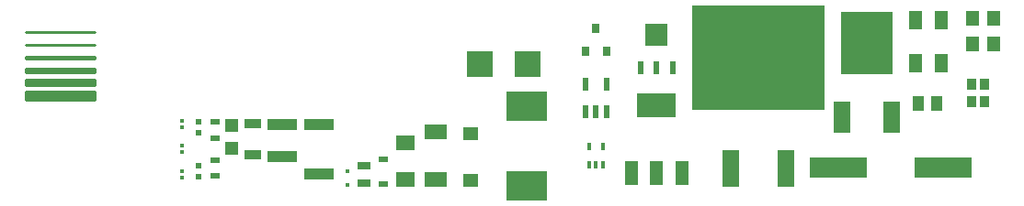
<source format=gbr>
%TF.GenerationSoftware,KiCad,Pcbnew,5.0.2+dfsg1-1*%
%TF.CreationDate,2019-09-16T18:41:00-07:00*%
%TF.ProjectId,Adafruit PCB Reference Ruler,41646166-7275-4697-9420-504342205265,rev?*%
%TF.SameCoordinates,Original*%
%TF.FileFunction,Copper,L1,Top*%
%TF.FilePolarity,Positive*%
%FSLAX46Y46*%
G04 Gerber Fmt 4.6, Leading zero omitted, Abs format (unit mm)*
G04 Created by KiCad (PCBNEW 5.0.2+dfsg1-1) date Mon 16 Sep 2019 06:41:00 PM PDT*
%MOMM*%
%LPD*%
G01*
G04 APERTURE LIST*
%ADD10R,0.300000X0.300000*%
%ADD11R,0.600000X0.500000*%
%ADD12R,0.900000X0.600000*%
%ADD13R,1.300000X1.200000*%
%ADD14R,1.600000X0.900000*%
%ADD15R,2.800000X1.000000*%
%ADD16R,4.826000X5.715000*%
%ADD17R,1.600000X3.000000*%
%ADD18R,1.600000X3.500000*%
%ADD19R,12.200000X9.750000*%
%ADD20R,3.600000X2.200000*%
%ADD21R,1.219200X2.235200*%
%ADD22R,2.000000X2.000000*%
%ADD23R,0.580000X1.200000*%
%ADD24R,0.550000X1.200000*%
%ADD25R,0.800000X0.900000*%
%ADD26R,0.400000X0.750000*%
%ADD27R,1.200000X1.800000*%
%ADD28R,1.200000X1.400000*%
%ADD29R,0.900000X1.050000*%
%ADD30R,5.334000X1.930400*%
%ADD31R,1.000000X1.400000*%
%ADD32R,1.200000X0.800000*%
%ADD33R,0.350000X0.350000*%
%ADD34R,1.470000X1.270000*%
%ADD35R,2.400000X2.400000*%
%ADD36R,3.800000X2.800000*%
%ADD37R,2.100000X1.400000*%
%ADD38R,0.830000X0.630000*%
%ADD39R,1.800000X1.400000*%
%ADD40C,0.250000*%
%ADD41C,0.254000*%
G04 APERTURE END LIST*
D10*
X86575900Y-107335600D03*
X86575900Y-106735600D03*
D11*
X88099900Y-107840400D03*
X88099900Y-106840400D03*
D12*
X89623900Y-108395200D03*
X89623900Y-106895200D03*
D13*
X91147900Y-109279400D03*
X91147900Y-107179400D03*
D14*
X93103700Y-109933400D03*
X93103700Y-107033400D03*
D15*
X95821500Y-107085000D03*
X95821500Y-110085000D03*
X99148900Y-111672400D03*
X99148900Y-107072400D03*
D16*
X149614141Y-99572365D03*
D17*
X151894141Y-106470365D03*
X147334141Y-106470365D03*
D18*
X137117341Y-111213365D03*
X142197341Y-111213365D03*
D19*
X139657341Y-100938365D03*
D20*
X130289300Y-105359000D03*
D21*
X132600700Y-111556800D03*
X130289300Y-111556800D03*
X127977900Y-111556800D03*
D22*
X130289300Y-98776000D03*
D23*
X131789300Y-101876000D03*
X130289300Y-101876000D03*
X128789300Y-101876000D03*
D24*
X123751300Y-103347900D03*
X125651300Y-103347900D03*
X125651300Y-105948100D03*
X124701300Y-105948100D03*
X123751300Y-105948100D03*
D25*
X123751300Y-100314000D03*
X125651300Y-100314000D03*
X124701300Y-98214000D03*
D26*
X124051300Y-109157000D03*
X125351300Y-109157000D03*
X125351300Y-110807000D03*
X124701300Y-110807000D03*
X124051300Y-110807000D03*
D27*
X156533700Y-97466400D03*
X154133700Y-101466400D03*
X154133700Y-97466400D03*
X156533700Y-101466400D03*
D28*
X161287500Y-97275800D03*
X161287500Y-99675800D03*
X159387500Y-97275800D03*
X159387500Y-99675800D03*
D29*
X160493000Y-103421200D03*
X159293000Y-105011200D03*
X159293000Y-103421200D03*
X160493000Y-105011200D03*
D30*
X156667200Y-111074200D03*
X147015200Y-111074200D03*
D31*
X156106600Y-105156000D03*
X154406600Y-105156000D03*
D32*
X103314500Y-110909200D03*
X103314500Y-112509200D03*
D33*
X101790500Y-111389800D03*
X101790500Y-112739800D03*
D34*
X113118900Y-112259000D03*
X113118900Y-107959000D03*
D35*
X114005000Y-101561900D03*
X118405000Y-101561900D03*
D36*
X118300500Y-105393000D03*
X118300500Y-112793000D03*
D37*
X109918500Y-112182000D03*
X109918500Y-107782000D03*
D38*
X105092500Y-112605200D03*
X105092500Y-110305200D03*
D39*
X107124500Y-108815400D03*
X107124500Y-112215400D03*
D10*
X86575900Y-112009200D03*
X86575900Y-111409200D03*
D11*
X88099900Y-111904400D03*
X88099900Y-110904400D03*
D12*
X89623900Y-111875000D03*
X89623900Y-110375000D03*
D10*
X86575900Y-109672400D03*
X86575900Y-109072400D03*
D40*
X78511400Y-98526600D02*
X72212200Y-98526600D01*
D41*
G36*
X78542927Y-99771200D02*
X72205627Y-99771200D01*
X72205627Y-99720400D01*
X78542927Y-99720400D01*
X78542927Y-99771200D01*
X78542927Y-99771200D01*
G37*
X78542927Y-99771200D02*
X72205627Y-99771200D01*
X72205627Y-99720400D01*
X78542927Y-99720400D01*
X78542927Y-99771200D01*
G36*
X78529001Y-101015800D02*
X72191701Y-101015800D01*
X72191701Y-100812600D01*
X78529001Y-100812600D01*
X78529001Y-101015800D01*
X78529001Y-101015800D01*
G37*
X78529001Y-101015800D02*
X72191701Y-101015800D01*
X72191701Y-100812600D01*
X78529001Y-100812600D01*
X78529001Y-101015800D01*
G36*
X78511947Y-102311200D02*
X72174647Y-102311200D01*
X72174647Y-101955600D01*
X78511947Y-101955600D01*
X78511947Y-102311200D01*
X78511947Y-102311200D01*
G37*
X78511947Y-102311200D02*
X72174647Y-102311200D01*
X72174647Y-101955600D01*
X78511947Y-101955600D01*
X78511947Y-102311200D01*
G36*
X78536800Y-103505000D02*
X72199500Y-103505000D01*
X72199500Y-102997000D01*
X78536800Y-102997000D01*
X78536800Y-103505000D01*
X78536800Y-103505000D01*
G37*
X78536800Y-103505000D02*
X72199500Y-103505000D01*
X72199500Y-102997000D01*
X78536800Y-102997000D01*
X78536800Y-103505000D01*
G36*
X78533462Y-104825800D02*
X72196162Y-104825800D01*
X72196162Y-104063800D01*
X78533462Y-104063800D01*
X78533462Y-104825800D01*
X78533462Y-104825800D01*
G37*
X78533462Y-104825800D02*
X72196162Y-104825800D01*
X72196162Y-104063800D01*
X78533462Y-104063800D01*
X78533462Y-104825800D01*
M02*

</source>
